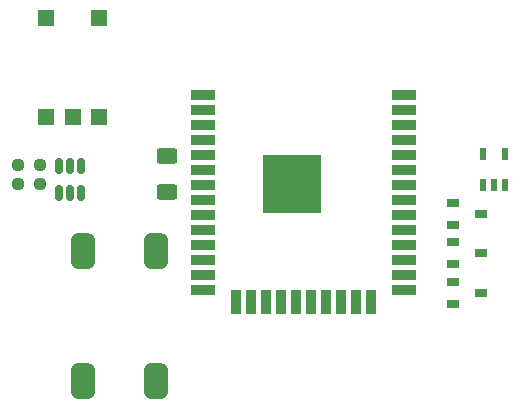
<source format=gbr>
%TF.GenerationSoftware,KiCad,Pcbnew,(6.0.7)*%
%TF.CreationDate,2022-09-16T01:25:34+02:00*%
%TF.ProjectId,ledpcb,6c656470-6362-42e6-9b69-6361645f7063,rev?*%
%TF.SameCoordinates,Original*%
%TF.FileFunction,Paste,Top*%
%TF.FilePolarity,Positive*%
%FSLAX46Y46*%
G04 Gerber Fmt 4.6, Leading zero omitted, Abs format (unit mm)*
G04 Created by KiCad (PCBNEW (6.0.7)) date 2022-09-16 01:25:34*
%MOMM*%
%LPD*%
G01*
G04 APERTURE LIST*
G04 Aperture macros list*
%AMRoundRect*
0 Rectangle with rounded corners*
0 $1 Rounding radius*
0 $2 $3 $4 $5 $6 $7 $8 $9 X,Y pos of 4 corners*
0 Add a 4 corners polygon primitive as box body*
4,1,4,$2,$3,$4,$5,$6,$7,$8,$9,$2,$3,0*
0 Add four circle primitives for the rounded corners*
1,1,$1+$1,$2,$3*
1,1,$1+$1,$4,$5*
1,1,$1+$1,$6,$7*
1,1,$1+$1,$8,$9*
0 Add four rect primitives between the rounded corners*
20,1,$1+$1,$2,$3,$4,$5,0*
20,1,$1+$1,$4,$5,$6,$7,0*
20,1,$1+$1,$6,$7,$8,$9,0*
20,1,$1+$1,$8,$9,$2,$3,0*%
G04 Aperture macros list end*
%ADD10R,0.600000X1.000000*%
%ADD11R,2.000000X0.900000*%
%ADD12R,0.900000X2.000000*%
%ADD13R,5.000000X5.000000*%
%ADD14R,1.000000X0.800000*%
%ADD15R,1.400000X1.400000*%
%ADD16RoundRect,0.237500X-0.250000X-0.237500X0.250000X-0.237500X0.250000X0.237500X-0.250000X0.237500X0*%
%ADD17RoundRect,0.500000X-0.500000X-1.000000X0.500000X-1.000000X0.500000X1.000000X-0.500000X1.000000X0*%
%ADD18RoundRect,0.250000X0.625000X-0.400000X0.625000X0.400000X-0.625000X0.400000X-0.625000X-0.400000X0*%
%ADD19RoundRect,0.150000X0.150000X-0.512500X0.150000X0.512500X-0.150000X0.512500X-0.150000X-0.512500X0*%
G04 APERTURE END LIST*
D10*
%TO.C,U1*%
X141848800Y-98531200D03*
X142798800Y-98531200D03*
X143748800Y-98531200D03*
X143748800Y-95931200D03*
X141848800Y-95931200D03*
%TD*%
D11*
%TO.C,U2*%
X118195200Y-90906600D03*
X118195200Y-92176600D03*
X118195200Y-93446600D03*
X118195200Y-94716600D03*
X118195200Y-95986600D03*
X118195200Y-97256600D03*
X118195200Y-98526600D03*
X118195200Y-99796600D03*
X118195200Y-101066600D03*
X118195200Y-102336600D03*
X118195200Y-103606600D03*
X118195200Y-104876600D03*
X118195200Y-106146600D03*
X118195200Y-107416600D03*
D12*
X120980200Y-108416600D03*
X122250200Y-108416600D03*
X123520200Y-108416600D03*
X124790200Y-108416600D03*
X126060200Y-108416600D03*
X127330200Y-108416600D03*
X128600200Y-108416600D03*
X129870200Y-108416600D03*
X131140200Y-108416600D03*
X132410200Y-108416600D03*
D11*
X135195200Y-107416600D03*
X135195200Y-106146600D03*
X135195200Y-104876600D03*
X135195200Y-103606600D03*
X135195200Y-102336600D03*
X135195200Y-101066600D03*
X135195200Y-99796600D03*
X135195200Y-98526600D03*
X135195200Y-97256600D03*
X135195200Y-95986600D03*
X135195200Y-94716600D03*
X135195200Y-93446600D03*
X135195200Y-92176600D03*
X135195200Y-90906600D03*
D13*
X125695200Y-98406600D03*
%TD*%
D14*
%TO.C,Q3*%
X139359600Y-103342400D03*
X139359600Y-105242400D03*
X141659600Y-104292400D03*
%TD*%
D15*
%TO.C,SW1*%
X109387200Y-84395200D03*
X109387200Y-92795200D03*
X104887200Y-84395200D03*
X104887200Y-92795200D03*
X107137200Y-92795200D03*
%TD*%
D16*
%TO.C,R3*%
X102512500Y-98400000D03*
X104337500Y-98400000D03*
%TD*%
D14*
%TO.C,Q2*%
X139362800Y-106695200D03*
X139362800Y-108595200D03*
X141662800Y-107645200D03*
%TD*%
D17*
%TO.C,J3*%
X107975000Y-115075000D03*
X114175000Y-115075000D03*
X114175000Y-104075000D03*
X107975000Y-104075000D03*
%TD*%
D14*
%TO.C,Q1*%
X139359600Y-100040400D03*
X139359600Y-101940400D03*
X141659600Y-100990400D03*
%TD*%
D18*
%TO.C,R1*%
X115100000Y-99150000D03*
X115100000Y-96050000D03*
%TD*%
D16*
%TO.C,R2*%
X102537500Y-96850000D03*
X104362500Y-96850000D03*
%TD*%
D19*
%TO.C,U3*%
X105933200Y-99181500D03*
X106883200Y-99181500D03*
X107833200Y-99181500D03*
X107833200Y-96906500D03*
X106883200Y-96906500D03*
X105933200Y-96906500D03*
%TD*%
M02*

</source>
